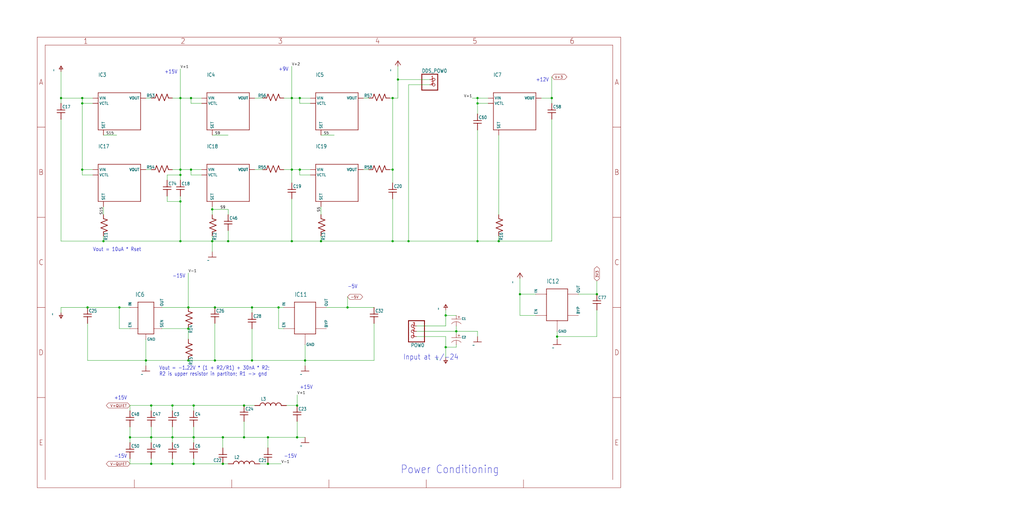
<source format=kicad_sch>
(kicad_sch (version 20211123) (generator eeschema)
  (paper "User" 490.22 254.406)
  (lib_symbols
    (symbol "aom_simple-eagle-import:+5V" (power)
      (property "Value" "+5V" (at -2.54 -5.08 90))
      (symbol "+5V_1_0"
        (polyline (pts (xy 0 0) (xy -1.27 -1.905)) (stroke (width 0.254)))
        (polyline (pts (xy 1.27 -1.905) (xy 0 0)) (stroke (width 0.254)))
        (pin power_in line (at 0 -2.54 90) (length 2.54) (name "+5V") (number "1"))
      )
    )
    (symbol "aom_simple-eagle-import:CAPACITOR_P_10MM"
      (property "Reference" "C" (at 2.54 1.524 0))
      (property "Value" "CAPACITOR_P_10MM" (at 2.54 -1.524 0))
      (symbol "CAPACITOR_P_10MM_1_0"
        (polyline (pts (xy -2.286 0.762) (xy 0 0.762)) (stroke (width 0.1524)))
        (polyline (pts (xy 0 -2.54) (xy 0 -0.508)) (stroke (width 0.1524)))
        (polyline (pts (xy 0 0.762) (xy 2.286 0.762)) (stroke (width 0.1524)))
        (polyline (pts (xy 0 2.54) (xy 0 0.762)) (stroke (width 0.1524)))
        (polyline (pts (xy 1.27 2.286) (xy 1.27 1.27)) (stroke (width 0.1524)))
        (polyline (pts (xy 1.778 1.778) (xy 0.762 1.778)) (stroke (width 0.1524)))
        (arc (start 2.286 -1.524) (mid 0 -0.458) (end -2.286 -1.524) (stroke (width 0.1524)))
        (pin passive line (at 0 2.54 270) (length 0) (name "P$1") (number "P$1"))
        (pin passive line (at 0 -2.54 90) (length 0) (name "P$2") (number "P$2"))
      )
    )
    (symbol "aom_simple-eagle-import:C_MLCC_SMDCMLCC_0603"
      (property "Reference" "C" (at 0.5715 0.0635 0))
      (property "Value" "C_MLCC_SMDCMLCC_0603" (at 0.5715 -4.3815 0))
      (symbol "C_MLCC_SMDCMLCC_0603_1_0"
        (polyline (pts (xy -1.905 -1.905) (xy 0 -1.905)) (stroke (width 0.3048)))
        (polyline (pts (xy 0 -1.905) (xy 0 -5.08)) (stroke (width 0.3048)))
        (polyline (pts (xy 0 -1.905) (xy 1.905 -1.905)) (stroke (width 0.3048)))
        (polyline (pts (xy 0 -0.635) (xy -1.905 -0.635)) (stroke (width 0.3048)))
        (polyline (pts (xy 0 -0.635) (xy 0 2.54)) (stroke (width 0.3048)))
        (polyline (pts (xy 1.905 -0.635) (xy 0 -0.635)) (stroke (width 0.3048)))
        (pin passive line (at 0 2.54 270) (length 0) (name "1") (number "P$1"))
        (pin passive line (at 0 -5.08 90) (length 0) (name "2") (number "P$2"))
      )
    )
    (symbol "aom_simple-eagle-import:C_MLCC_SMDCMLCC_0805"
      (property "Reference" "C" (at 0.5715 0.0635 0))
      (property "Value" "C_MLCC_SMDCMLCC_0805" (at 0.5715 -4.3815 0))
      (symbol "C_MLCC_SMDCMLCC_0805_1_0"
        (polyline (pts (xy -1.905 -1.905) (xy 0 -1.905)) (stroke (width 0.3048)))
        (polyline (pts (xy 0 -1.905) (xy 0 -5.08)) (stroke (width 0.3048)))
        (polyline (pts (xy 0 -1.905) (xy 1.905 -1.905)) (stroke (width 0.3048)))
        (polyline (pts (xy 0 -0.635) (xy -1.905 -0.635)) (stroke (width 0.3048)))
        (polyline (pts (xy 0 -0.635) (xy 0 2.54)) (stroke (width 0.3048)))
        (polyline (pts (xy 1.905 -0.635) (xy 0 -0.635)) (stroke (width 0.3048)))
        (pin passive line (at 0 2.54 270) (length 0) (name "1") (number "P$1"))
        (pin passive line (at 0 -5.08 90) (length 0) (name "2") (number "P$2"))
      )
    )
    (symbol "aom_simple-eagle-import:FRAME_A_L"
      (symbol "FRAME_A_L_0_0"
        (polyline (pts (xy 0 43.18) (xy 3.81 43.18)))
        (polyline (pts (xy 0 86.36) (xy 3.81 86.36)))
        (polyline (pts (xy 0 129.54) (xy 3.81 129.54)))
        (polyline (pts (xy 0 172.72) (xy 3.81 172.72)))
        (polyline (pts (xy 3.81 3.81) (xy 3.81 212.09)))
        (polyline (pts (xy 46.5667 0) (xy 46.5667 3.81)))
        (polyline (pts (xy 93.1333 0) (xy 93.1333 3.81)))
        (polyline (pts (xy 139.7 0) (xy 139.7 3.81)))
        (polyline (pts (xy 186.2667 0) (xy 186.2667 3.81)))
        (polyline (pts (xy 232.8333 0) (xy 232.8333 3.81)))
        (polyline (pts (xy 275.59 3.81) (xy 275.59 212.09)))
        (polyline (pts (xy 275.59 43.18) (xy 279.4 43.18)))
        (polyline (pts (xy 275.59 86.36) (xy 279.4 86.36)))
        (polyline (pts (xy 275.59 129.54) (xy 279.4 129.54)))
        (polyline (pts (xy 275.59 172.72) (xy 279.4 172.72)))
        (polyline (pts (xy 275.59 212.09) (xy 3.81 212.09)))
        (polyline (pts (xy 0 0) (xy 279.4 0) (xy 279.4 215.9) (xy 0 215.9) (xy 0 0)))
        (text "1" (at 23.2833 213.995 0) (effects (font (size 2.54 2.286))))
        (text "2" (at 69.85 213.995 0) (effects (font (size 2.54 2.286))))
        (text "3" (at 116.4167 213.995 0) (effects (font (size 2.54 2.286))))
        (text "4" (at 162.9833 213.995 0) (effects (font (size 2.54 2.286))))
        (text "5" (at 209.55 213.995 0) (effects (font (size 2.54 2.286))))
        (text "6" (at 256.1167 213.995 0) (effects (font (size 2.54 2.286))))
        (text "A" (at 1.905 194.31 0) (effects (font (size 2.54 2.286))))
        (text "A" (at 277.495 194.31 0) (effects (font (size 2.54 2.286))))
        (text "B" (at 1.905 151.13 0) (effects (font (size 2.54 2.286))))
        (text "B" (at 277.495 151.13 0) (effects (font (size 2.54 2.286))))
        (text "C" (at 1.905 107.95 0) (effects (font (size 2.54 2.286))))
        (text "C" (at 277.495 107.95 0) (effects (font (size 2.54 2.286))))
        (text "D" (at 1.905 64.77 0) (effects (font (size 2.54 2.286))))
        (text "D" (at 277.495 64.77 0) (effects (font (size 2.54 2.286))))
        (text "E" (at 1.905 21.59 0) (effects (font (size 2.54 2.286))))
        (text "E" (at 277.495 21.59 0) (effects (font (size 2.54 2.286))))
      )
      (symbol "FRAME_A_L_2_0"
        (polyline (pts (xy 0 0) (xy 0 5.08)) (stroke (width 0.1016)))
        (polyline (pts (xy 0 0) (xy 71.12 0)) (stroke (width 0.1016)))
        (polyline (pts (xy 0 5.08) (xy 0 15.24)) (stroke (width 0.1016)))
        (polyline (pts (xy 0 5.08) (xy 71.12 5.08)) (stroke (width 0.1016)))
        (polyline (pts (xy 0 15.24) (xy 0 22.86)) (stroke (width 0.1016)))
        (polyline (pts (xy 0 22.86) (xy 0 35.56)) (stroke (width 0.1016)))
        (polyline (pts (xy 0 22.86) (xy 101.6 22.86)) (stroke (width 0.1016)))
        (polyline (pts (xy 71.12 0) (xy 101.6 0)) (stroke (width 0.1016)))
        (polyline (pts (xy 71.12 5.08) (xy 71.12 0)) (stroke (width 0.1016)))
        (polyline (pts (xy 71.12 5.08) (xy 87.63 5.08)) (stroke (width 0.1016)))
        (polyline (pts (xy 87.63 5.08) (xy 101.6 5.08)) (stroke (width 0.1016)))
        (polyline (pts (xy 87.63 15.24) (xy 0 15.24)) (stroke (width 0.1016)))
        (polyline (pts (xy 87.63 15.24) (xy 87.63 5.08)) (stroke (width 0.1016)))
        (polyline (pts (xy 101.6 5.08) (xy 101.6 0)) (stroke (width 0.1016)))
        (polyline (pts (xy 101.6 15.24) (xy 87.63 15.24)) (stroke (width 0.1016)))
        (polyline (pts (xy 101.6 15.24) (xy 101.6 5.08)) (stroke (width 0.1016)))
        (polyline (pts (xy 101.6 22.86) (xy 101.6 15.24)) (stroke (width 0.1016)))
        (polyline (pts (xy 101.6 35.56) (xy 0 35.56)) (stroke (width 0.1016)))
        (polyline (pts (xy 101.6 35.56) (xy 101.6 22.86)) (stroke (width 0.1016)))
        (text ">DRAWING_NAME" (at 17.78 19.05 0) (effects (font (size 2.54 2.159)) (justify left bottom)))
        (text ">LAST_DATE_TIME" (at 12.7 1.27 0) (effects (font (size 2.54 2.159)) (justify left bottom)))
        (text ">SHEET" (at 86.36 1.27 0) (effects (font (size 2.54 2.159)) (justify left bottom)))
        (text "Date:" (at 1.27 1.27 0) (effects (font (size 2.54 2.159)) (justify left bottom)))
        (text "Document Number:" (at 1.27 11.43 0) (effects (font (size 2.54 2.159)) (justify left bottom)))
        (text "REV:" (at 88.9 11.43 0) (effects (font (size 2.54 2.159)) (justify left bottom)))
        (text "Sheet:" (at 72.39 1.27 0) (effects (font (size 2.54 2.159)) (justify left bottom)))
        (text "TITLE:" (at 1.27 19.05 0) (effects (font (size 2.54 2.159)) (justify left bottom)))
      )
    )
    (symbol "aom_simple-eagle-import:GND" (power)
      (property "Value" "GND" (at -2.54 -2.54 0))
      (symbol "GND_1_0"
        (polyline (pts (xy -1.905 0) (xy 1.905 0)) (stroke (width 0.254)))
        (pin power_in line (at 0 2.54 270) (length 2.54) (name "GND") (number "1"))
      )
    )
    (symbol "aom_simple-eagle-import:LT1964-5"
      (property "Reference" "IC" (at -5.08 10.16 0))
      (property "Value" "LT1964-5" (at -5.08 12.7 0))
      (symbol "LT1964-5_1_0"
        (polyline (pts (xy -5.08 -7.62) (xy -5.08 -5.08)) (stroke (width 0.254)))
        (polyline (pts (xy -5.08 -5.08) (xy -10.16 -5.08)) (stroke (width 0.1524)))
        (polyline (pts (xy -5.08 -5.08) (xy -5.08 5.08)) (stroke (width 0.254)))
        (polyline (pts (xy -5.08 5.08) (xy -10.16 5.08)) (stroke (width 0.1524)))
        (polyline (pts (xy -5.08 5.08) (xy -5.08 7.62)) (stroke (width 0.254)))
        (polyline (pts (xy -5.08 7.62) (xy 5.08 7.62)) (stroke (width 0.254)))
        (polyline (pts (xy 0 -7.62) (xy -5.08 -7.62)) (stroke (width 0.254)))
        (polyline (pts (xy 0 -7.62) (xy 0 -12.7)) (stroke (width 0.1524)))
        (polyline (pts (xy 5.08 -7.62) (xy 0 -7.62)) (stroke (width 0.254)))
        (polyline (pts (xy 5.08 -5.08) (xy 5.08 -7.62)) (stroke (width 0.254)))
        (polyline (pts (xy 5.08 -5.08) (xy 10.16 -5.08)) (stroke (width 0.1524)))
        (polyline (pts (xy 5.08 5.08) (xy 5.08 -5.08)) (stroke (width 0.254)))
        (polyline (pts (xy 5.08 5.08) (xy 10.16 5.08)) (stroke (width 0.1524)))
        (polyline (pts (xy 5.08 7.62) (xy 5.08 5.08)) (stroke (width 0.254)))
        (pin bidirectional line (at 0 -12.7 0) (length 0) (name "GND") (number "1"))
        (pin bidirectional line (at -10.16 5.08 90) (length 0) (name "IN") (number "2"))
        (pin bidirectional line (at 10.16 -5.08 90) (length 0) (name "BYP") (number "3"))
        (pin bidirectional line (at -10.16 -5.08 90) (length 0) (name "EN") (number "4"))
        (pin bidirectional line (at 10.16 5.08 90) (length 0) (name "OUT") (number "5"))
      )
    )
    (symbol "aom_simple-eagle-import:LT3015"
      (property "Reference" "IC" (at -5.08 10.16 0))
      (property "Value" "LT3015" (at -5.08 12.7 0))
      (symbol "LT3015_1_0"
        (polyline (pts (xy -3.81 -7.62) (xy -3.81 -5.08)) (stroke (width 0.254)))
        (polyline (pts (xy -3.81 -5.08) (xy -7.62 -5.08)) (stroke (width 0.1524)))
        (polyline (pts (xy -3.81 -5.08) (xy -3.81 5.08)) (stroke (width 0.254)))
        (polyline (pts (xy -3.81 5.08) (xy -7.62 5.08)) (stroke (width 0.1524)))
        (polyline (pts (xy -3.81 5.08) (xy -3.81 7.62)) (stroke (width 0.254)))
        (polyline (pts (xy -3.81 7.62) (xy 3.81 7.62)) (stroke (width 0.254)))
        (polyline (pts (xy 0 -7.62) (xy -3.81 -7.62)) (stroke (width 0.254)))
        (polyline (pts (xy 0 -7.62) (xy 0 -10.16)) (stroke (width 0.1524)))
        (polyline (pts (xy 3.81 -7.62) (xy 0 -7.62)) (stroke (width 0.254)))
        (polyline (pts (xy 3.81 -5.08) (xy 3.81 -7.62)) (stroke (width 0.254)))
        (polyline (pts (xy 3.81 -5.08) (xy 7.62 -5.08)) (stroke (width 0.1524)))
        (polyline (pts (xy 3.81 5.08) (xy 3.81 -5.08)) (stroke (width 0.254)))
        (polyline (pts (xy 3.81 5.08) (xy 7.62 5.08)) (stroke (width 0.1524)))
        (polyline (pts (xy 3.81 7.62) (xy 3.81 5.08)) (stroke (width 0.254)))
        (pin bidirectional line (at -7.62 -5.08 90) (length 0) (name "EN") (number "1"))
        (pin bidirectional line (at 0 -10.16 0) (length 0) (name "GND") (number "2"))
        (pin bidirectional line (at -7.62 5.08 90) (length 0) (name "IN") (number "3"))
        (pin bidirectional line (at 7.62 -5.08 90) (length 0) (name "SEN") (number "4"))
        (pin bidirectional line (at 7.62 5.08 90) (length 0) (name "OUT") (number "5"))
        (pin bidirectional line (at -7.62 5.08 90) (length 0) (name "IN") (number "6"))
      )
    )
    (symbol "aom_simple-eagle-import:LT3080"
      (property "Reference" "IC" (at -5.08 15.24 0))
      (property "Value" "LT3080" (at -5.08 12.7 0))
      (symbol "LT3080_1_0"
        (polyline (pts (xy -5.08 -10.16) (xy 15.24 -10.16)) (stroke (width 0.254)))
        (polyline (pts (xy -5.08 7.62) (xy -5.08 -10.16)) (stroke (width 0.254)))
        (polyline (pts (xy 15.24 -10.16) (xy 15.24 7.62)) (stroke (width 0.254)))
        (polyline (pts (xy 15.24 7.62) (xy -5.08 7.62)) (stroke (width 0.254)))
        (pin bidirectional line (at -2.54 -12.7 90) (length 2.54) (name "SET") (number "2"))
        (pin bidirectional line (at 17.78 5.08 180) (length 2.54) (name "VOUT") (number "3"))
        (pin bidirectional line (at -7.62 2.54 0) (length 2.54) (name "VCTL") (number "4"))
        (pin bidirectional line (at -7.62 5.08 0) (length 2.54) (name "VIN") (number "5"))
        (pin bidirectional line (at 17.78 5.08 180) (length 2.54) (name "VOUT") (number "6"))
      )
    )
    (symbol "aom_simple-eagle-import:L_FERRITE_SMDLFERRITE_0603"
      (property "Reference" "L" (at -4.7 2.31 0))
      (property "Value" "L_FERRITE_SMDLFERRITE_0603" (at -5.08 -2.54 0))
      (symbol "L_FERRITE_SMDLFERRITE_0603_1_0"
        (arc (start -3.81 1.27) (mid -4.708 0.898) (end -5.08 0) (stroke (width 0.3048)))
        (arc (start -2.54 0) (mid -2.912 0.898) (end -3.81 1.27) (stroke (width 0.3048)))
        (arc (start -1.27 1.27) (mid -2.168 0.898) (end -2.54 0) (stroke (width 0.3048)))
        (arc (start 0 0) (mid -0.372 0.898) (end -1.27 1.27) (stroke (width 0.3048)))
        (polyline (pts (xy -5.08 0) (xy -7.62 0)) (stroke (width 0.3048)))
        (polyline (pts (xy 5.08 0) (xy 7.62 0)) (stroke (width 0.3048)))
        (arc (start 1.27 1.27) (mid 0.372 0.898) (end 0 0) (stroke (width 0.3048)))
        (arc (start 2.54 0) (mid 2.168 0.898) (end 1.27 1.27) (stroke (width 0.3048)))
        (arc (start 3.81 1.27) (mid 2.912 0.898) (end 2.54 0) (stroke (width 0.3048)))
        (arc (start 5.08 0) (mid 4.708 0.898) (end 3.81 1.27) (stroke (width 0.3048)))
        (pin passive line (at -7.62 0 0) (length 2.54) (name "1") (number "P$1"))
        (pin passive line (at 7.62 0 180) (length 2.54) (name "2") (number "P$2"))
      )
    )
    (symbol "aom_simple-eagle-import:MIC5205"
      (property "Reference" "IC" (at -5.08 10.16 0))
      (property "Value" "MIC5205" (at -5.08 12.7 0))
      (symbol "MIC5205_1_0"
        (polyline (pts (xy -5.08 -7.62) (xy -5.08 -5.08)) (stroke (width 0.254)))
        (polyline (pts (xy -5.08 -5.08) (xy -10.16 -5.08)) (stroke (width 0.1524)))
        (polyline (pts (xy -5.08 -5.08) (xy -5.08 5.08)) (stroke (width 0.254)))
        (polyline (pts (xy -5.08 5.08) (xy -10.16 5.08)) (stroke (width 0.1524)))
        (polyline (pts (xy -5.08 5.08) (xy -5.08 7.62)) (stroke (width 0.254)))
        (polyline (pts (xy -5.08 7.62) (xy 5.08 7.62)) (stroke (width 0.254)))
        (polyline (pts (xy 0 -7.62) (xy -5.08 -7.62)) (stroke (width 0.254)))
        (polyline (pts (xy 0 -7.62) (xy 0 -12.7)) (stroke (width 0.1524)))
        (polyline (pts (xy 5.08 -7.62) (xy 0 -7.62)) (stroke (width 0.254)))
        (polyline (pts (xy 5.08 -5.08) (xy 5.08 -7.62)) (stroke (width 0.254)))
        (polyline (pts (xy 5.08 -5.08) (xy 10.16 -5.08)) (stroke (width 0.1524)))
        (polyline (pts (xy 5.08 5.08) (xy 5.08 -5.08)) (stroke (width 0.254)))
        (polyline (pts (xy 5.08 5.08) (xy 10.16 5.08)) (stroke (width 0.1524)))
        (polyline (pts (xy 5.08 7.62) (xy 5.08 5.08)) (stroke (width 0.254)))
        (pin bidirectional line (at -10.16 5.08 90) (length 0) (name "IN") (number "1"))
        (pin bidirectional line (at 0 -12.7 0) (length 0) (name "GND") (number "2"))
        (pin bidirectional line (at -10.16 -5.08 90) (length 0) (name "EN") (number "3"))
        (pin bidirectional line (at 10.16 -5.08 90) (length 0) (name "BYP") (number "4"))
        (pin bidirectional line (at 10.16 5.08 90) (length 0) (name "OUT") (number "5"))
      )
    )
    (symbol "aom_simple-eagle-import:PINHD-1X2"
      (property "Reference" "JP" (at -6.35 5.715 0))
      (property "Value" "PINHD-1X2" (at -6.35 -5.08 0))
      (symbol "PINHD-1X2_1_0"
        (polyline (pts (xy -6.35 -2.54) (xy 1.27 -2.54)) (stroke (width 0.4064)))
        (polyline (pts (xy -6.35 5.08) (xy -6.35 -2.54)) (stroke (width 0.4064)))
        (polyline (pts (xy 1.27 -2.54) (xy 1.27 5.08)) (stroke (width 0.4064)))
        (polyline (pts (xy 1.27 5.08) (xy -6.35 5.08)) (stroke (width 0.4064)))
        (pin passive inverted (at -2.54 2.54 0) (length 2.54) (name "1") (number "1"))
        (pin passive inverted (at -2.54 0 0) (length 2.54) (name "2") (number "2"))
      )
    )
    (symbol "aom_simple-eagle-import:PINHD-1X3"
      (property "Reference" "JP" (at -6.35 5.715 0))
      (property "Value" "PINHD-1X3" (at -6.35 -7.62 0))
      (symbol "PINHD-1X3_1_0"
        (polyline (pts (xy -6.35 -5.08) (xy 1.27 -5.08)) (stroke (width 0.4064)))
        (polyline (pts (xy -6.35 5.08) (xy -6.35 -5.08)) (stroke (width 0.4064)))
        (polyline (pts (xy 1.27 -5.08) (xy 1.27 5.08)) (stroke (width 0.4064)))
        (polyline (pts (xy 1.27 5.08) (xy -6.35 5.08)) (stroke (width 0.4064)))
        (pin passive inverted (at -2.54 2.54 0) (length 2.54) (name "1") (number "1"))
        (pin passive inverted (at -2.54 0 0) (length 2.54) (name "2") (number "2"))
        (pin passive inverted (at -2.54 -2.54 0) (length 2.54) (name "3") (number "3"))
      )
    )
    (symbol "aom_simple-eagle-import:R_SMDR0603"
      (property "Reference" "R" (at -7.3025 0.3175 0))
      (property "Value" "R_SMDR0603" (at 3.3338 0.3175 0))
      (symbol "R_SMDR0603_1_0"
        (polyline (pts (xy -3.175 0) (xy -5.08 0)) (stroke (width 0.3048)))
        (polyline (pts (xy -2.54 1.905) (xy -3.175 0)) (stroke (width 0.3048)))
        (polyline (pts (xy -2.54 1.905) (xy -1.27 -1.27)) (stroke (width 0.3048)))
        (polyline (pts (xy -1.27 -1.27) (xy 0 1.905)) (stroke (width 0.3048)))
        (polyline (pts (xy 0 1.905) (xy 1.27 -1.27)) (stroke (width 0.3048)))
        (polyline (pts (xy 1.27 -1.27) (xy 2.54 1.905)) (stroke (width 0.3048)))
        (polyline (pts (xy 2.54 1.905) (xy 3.175 0)) (stroke (width 0.3048)))
        (polyline (pts (xy 3.175 0) (xy 5.08 0)) (stroke (width 0.3048)))
        (pin passive line (at -5.08 0 0) (length 0) (name "1") (number "P$1"))
        (pin passive line (at 5.08 0 180) (length 0) (name "2") (number "P$2"))
      )
    )
    (symbol "aom_simple-eagle-import:V+" (power)
      (property "Value" "V+" (at -2.54 -2.54 90))
      (symbol "V+_1_0"
        (polyline (pts (xy -0.889 -1.27) (xy 0.889 -1.27)) (stroke (width 0.254)))
        (polyline (pts (xy 0 0.127) (xy -0.889 -1.27)) (stroke (width 0.254)))
        (polyline (pts (xy 0.889 -1.27) (xy 0 0.127)) (stroke (width 0.254)))
        (pin power_in line (at 0 -2.54 90) (length 2.54) (name "V+") (number "1"))
      )
    )
    (symbol "aom_simple-eagle-import:V-" (power)
      (property "Value" "V-" (at -5.08 2.54 90))
      (symbol "V-_1_0"
        (polyline (pts (xy -0.889 1.27) (xy 0 -0.127)) (stroke (width 0.254)))
        (polyline (pts (xy -0.889 1.27) (xy 0.889 1.27)) (stroke (width 0.254)))
        (polyline (pts (xy 0 -0.127) (xy 0.889 1.27)) (stroke (width 0.254)))
        (pin power_in line (at 0 2.54 270) (length 2.54) (name "V-") (number "1"))
      )
    )
  )
  (junction (at 143.51 46.99))
  (junction (at 266.7 161.29))
  (junction (at 92.71 194.31))
  (junction (at 120.65 147.32))
  (junction (at 195.58 115.57))
  (junction (at 57.15 147.32))
  (junction (at 39.37 81.28))
  (junction (at 101.6 115.57))
  (junction (at 69.85 172.72))
  (junction (at 228.6 46.99))
  (junction (at 228.6 115.57))
  (junction (at 228.6 49.53))
  (junction (at 92.71 222.25))
  (junction (at 139.7 115.57))
  (junction (at 238.76 115.57))
  (junction (at 120.65 172.72))
  (junction (at 166.37 147.32))
  (junction (at 72.39 194.31))
  (junction (at 133.35 147.32))
  (junction (at 213.36 151.13))
  (junction (at 82.55 209.55))
  (junction (at 187.96 46.99))
  (junction (at 285.75 140.97))
  (junction (at 101.6 100.33))
  (junction (at 139.7 81.28))
  (junction (at 128.27 222.25))
  (junction (at 102.87 147.32))
  (junction (at 39.37 46.99))
  (junction (at 187.96 115.57))
  (junction (at 29.21 46.99))
  (junction (at 102.87 172.72))
  (junction (at 72.39 222.25))
  (junction (at 187.96 81.28))
  (junction (at 142.24 209.55))
  (junction (at 116.84 194.31))
  (junction (at 49.53 115.57))
  (junction (at 39.37 49.53))
  (junction (at 264.16 46.99))
  (junction (at 90.17 157.48))
  (junction (at 128.27 209.55))
  (junction (at 139.7 46.99))
  (junction (at 62.23 209.55))
  (junction (at 106.68 222.25))
  (junction (at 91.44 81.28))
  (junction (at 190.5 38.1))
  (junction (at 146.05 172.72))
  (junction (at 142.24 194.31))
  (junction (at 82.55 194.31))
  (junction (at 90.17 172.72))
  (junction (at 90.17 147.32))
  (junction (at 41.91 147.32))
  (junction (at 218.44 158.75))
  (junction (at 213.36 166.37))
  (junction (at 109.22 115.57))
  (junction (at 86.36 83.82))
  (junction (at 86.36 81.28))
  (junction (at 82.55 222.25))
  (junction (at 116.84 209.55))
  (junction (at 92.71 209.55))
  (junction (at 72.39 209.55))
  (junction (at 86.36 96.52))
  (junction (at 143.51 81.28))
  (junction (at 248.92 140.97))
  (junction (at 86.36 46.99))
  (junction (at 91.44 46.99))
  (junction (at 106.68 209.55))
  (junction (at 86.36 115.57))
  (junction (at 153.67 115.57))
  (wire (pts (xy 90.17 157.48) (xy 90.17 162.56)))
  (wire (pts (xy 133.35 147.32) (xy 135.89 147.32)))
  (wire (pts (xy 80.01 93.98) (xy 80.01 96.52)))
  (wire (pts (xy 143.51 49.53) (xy 143.51 46.99)))
  (wire (pts (xy 238.76 64.77) (xy 238.76 102.87)))
  (wire (pts (xy 49.53 113.03) (xy 49.53 115.57)))
  (wire (pts (xy 134.62 222.25) (xy 128.27 222.25)))
  (wire (pts (xy 228.6 49.53) (xy 228.6 46.99)))
  (wire (pts (xy 86.36 81.28) (xy 91.44 81.28)))
  (wire (pts (xy 49.53 64.77) (xy 55.88 64.77)))
  (wire (pts (xy 116.84 209.55) (xy 128.27 209.55)))
  (wire (pts (xy 218.44 166.37) (xy 218.44 165.1)))
  (wire (pts (xy 86.36 83.82) (xy 80.01 83.82)))
  (wire (pts (xy 57.15 157.48) (xy 57.15 147.32)))
  (wire (pts (xy 228.6 46.99) (xy 226.06 46.99)))
  (wire (pts (xy 195.58 40.64) (xy 195.58 115.57)))
  (wire (pts (xy 80.01 83.82) (xy 80.01 86.36)))
  (wire (pts (xy 69.85 81.28) (xy 72.39 81.28)))
  (wire (pts (xy 109.22 102.87) (xy 109.22 100.33)))
  (wire (pts (xy 213.36 156.21) (xy 213.36 151.13)))
  (wire (pts (xy 106.68 222.25) (xy 92.71 222.25)))
  (wire (pts (xy 187.96 81.28) (xy 187.96 46.99)))
  (wire (pts (xy 82.55 46.99) (xy 86.36 46.99)))
  (wire (pts (xy 92.71 209.55) (xy 106.68 209.55)))
  (wire (pts (xy 179.07 172.72) (xy 146.05 172.72)))
  (wire (pts (xy 153.67 115.57) (xy 153.67 113.03)))
  (wire (pts (xy 190.5 38.1) (xy 190.5 31.75)))
  (wire (pts (xy 233.68 46.99) (xy 228.6 46.99)))
  (wire (pts (xy 190.5 38.1) (xy 205.74 38.1)))
  (wire (pts (xy 90.17 147.32) (xy 90.17 130.81)))
  (wire (pts (xy 153.67 64.77) (xy 160.02 64.77)))
  (wire (pts (xy 264.16 49.53) (xy 264.16 46.99)))
  (wire (pts (xy 228.6 115.57) (xy 195.58 115.57)))
  (wire (pts (xy 82.55 219.71) (xy 82.55 222.25)))
  (wire (pts (xy 120.65 149.86) (xy 120.65 147.32)))
  (wire (pts (xy 72.39 194.31) (xy 72.39 196.85)))
  (wire (pts (xy 92.71 212.09) (xy 92.71 209.55)))
  (wire (pts (xy 199.39 161.29) (xy 213.36 161.29)))
  (wire (pts (xy 62.23 209.55) (xy 62.23 204.47)))
  (wire (pts (xy 133.35 157.48) (xy 133.35 147.32)))
  (wire (pts (xy 153.67 102.87) (xy 153.67 99.06)))
  (wire (pts (xy 62.23 194.31) (xy 62.23 196.85)))
  (wire (pts (xy 228.6 49.53) (xy 228.6 54.61)))
  (wire (pts (xy 69.85 172.72) (xy 69.85 175.26)))
  (wire (pts (xy 124.46 222.25) (xy 128.27 222.25)))
  (wire (pts (xy 195.58 40.64) (xy 205.74 40.64)))
  (wire (pts (xy 109.22 115.57) (xy 139.7 115.57)))
  (wire (pts (xy 29.21 57.15) (xy 29.21 115.57)))
  (wire (pts (xy 195.58 115.57) (xy 187.96 115.57)))
  (wire (pts (xy 72.39 222.25) (xy 62.23 222.25)))
  (wire (pts (xy 62.23 212.09) (xy 62.23 209.55)))
  (wire (pts (xy 143.51 46.99) (xy 148.59 46.99)))
  (wire (pts (xy 69.85 162.56) (xy 69.85 172.72)))
  (wire (pts (xy 101.6 115.57) (xy 101.6 120.65)))
  (wire (pts (xy 120.65 172.72) (xy 102.87 172.72)))
  (wire (pts (xy 101.6 100.33) (xy 101.6 99.06)))
  (wire (pts (xy 86.36 115.57) (xy 101.6 115.57)))
  (wire (pts (xy 96.52 49.53) (xy 91.44 49.53)))
  (wire (pts (xy 128.27 209.55) (xy 142.24 209.55)))
  (wire (pts (xy 259.08 46.99) (xy 264.16 46.99)))
  (wire (pts (xy 142.24 201.93) (xy 142.24 209.55)))
  (wire (pts (xy 199.39 158.75) (xy 218.44 158.75)))
  (wire (pts (xy 137.16 194.31) (xy 142.24 194.31)))
  (wire (pts (xy 44.45 46.99) (xy 39.37 46.99)))
  (wire (pts (xy 109.22 100.33) (xy 101.6 100.33)))
  (wire (pts (xy 248.92 133.35) (xy 248.92 140.97)))
  (wire (pts (xy 120.65 147.32) (xy 133.35 147.32)))
  (wire (pts (xy 139.7 46.99) (xy 139.7 31.75)))
  (wire (pts (xy 218.44 156.21) (xy 218.44 158.75)))
  (wire (pts (xy 187.96 95.25) (xy 187.96 115.57)))
  (wire (pts (xy 86.36 93.98) (xy 86.36 96.52)))
  (wire (pts (xy 86.36 46.99) (xy 86.36 81.28)))
  (wire (pts (xy 139.7 46.99) (xy 143.51 46.99)))
  (wire (pts (xy 213.36 166.37) (xy 213.36 171.45)))
  (wire (pts (xy 91.44 46.99) (xy 96.52 46.99)))
  (wire (pts (xy 238.76 115.57) (xy 264.16 115.57)))
  (wire (pts (xy 128.27 214.63) (xy 128.27 209.55)))
  (wire (pts (xy 218.44 158.75) (xy 228.6 158.75)))
  (wire (pts (xy 92.71 194.31) (xy 82.55 194.31)))
  (wire (pts (xy 72.39 222.25) (xy 72.39 219.71)))
  (wire (pts (xy 135.89 157.48) (xy 133.35 157.48)))
  (wire (pts (xy 92.71 219.71) (xy 92.71 222.25)))
  (wire (pts (xy 82.55 196.85) (xy 82.55 194.31)))
  (wire (pts (xy 228.6 62.23) (xy 228.6 115.57)))
  (wire (pts (xy 146.05 172.72) (xy 146.05 175.26)))
  (wire (pts (xy 190.5 46.99) (xy 190.5 38.1)))
  (wire (pts (xy 82.55 194.31) (xy 72.39 194.31)))
  (wire (pts (xy 102.87 172.72) (xy 90.17 172.72)))
  (wire (pts (xy 248.92 151.13) (xy 256.54 151.13)))
  (wire (pts (xy 285.75 148.59) (xy 285.75 161.29)))
  (wire (pts (xy 199.39 156.21) (xy 213.36 156.21)))
  (wire (pts (xy 186.69 81.28) (xy 187.96 81.28)))
  (wire (pts (xy 101.6 115.57) (xy 109.22 115.57)))
  (wire (pts (xy 179.07 172.72) (xy 179.07 154.94)))
  (wire (pts (xy 82.55 204.47) (xy 82.55 209.55)))
  (wire (pts (xy 90.17 147.32) (xy 102.87 147.32)))
  (wire (pts (xy 146.05 172.72) (xy 120.65 172.72)))
  (wire (pts (xy 139.7 81.28) (xy 139.7 87.63)))
  (wire (pts (xy 91.44 81.28) (xy 96.52 81.28)))
  (wire (pts (xy 106.68 209.55) (xy 116.84 209.55)))
  (wire (pts (xy 86.36 46.99) (xy 91.44 46.99)))
  (wire (pts (xy 142.24 209.55) (xy 146.05 209.55)))
  (wire (pts (xy 91.44 83.82) (xy 91.44 81.28)))
  (wire (pts (xy 187.96 87.63) (xy 187.96 81.28)))
  (wire (pts (xy 39.37 46.99) (xy 29.21 46.99)))
  (wire (pts (xy 77.47 157.48) (xy 90.17 157.48)))
  (wire (pts (xy 62.23 157.48) (xy 57.15 157.48)))
  (wire (pts (xy 29.21 115.57) (xy 49.53 115.57)))
  (wire (pts (xy 285.75 140.97) (xy 285.75 134.62)))
  (wire (pts (xy 57.15 147.32) (xy 62.23 147.32)))
  (wire (pts (xy 82.55 81.28) (xy 86.36 81.28)))
  (wire (pts (xy 44.45 83.82) (xy 39.37 83.82)))
  (wire (pts (xy 264.16 57.15) (xy 264.16 115.57)))
  (wire (pts (xy 39.37 81.28) (xy 39.37 49.53)))
  (wire (pts (xy 92.71 209.55) (xy 92.71 204.47)))
  (wire (pts (xy 86.36 83.82) (xy 86.36 86.36)))
  (wire (pts (xy 92.71 194.31) (xy 116.84 194.31)))
  (wire (pts (xy 213.36 161.29) (xy 213.36 166.37)))
  (wire (pts (xy 173.99 81.28) (xy 176.53 81.28)))
  (wire (pts (xy 120.65 157.48) (xy 120.65 172.72)))
  (wire (pts (xy 173.99 46.99) (xy 176.53 46.99)))
  (wire (pts (xy 102.87 147.32) (xy 120.65 147.32)))
  (wire (pts (xy 86.36 81.28) (xy 86.36 83.82)))
  (wire (pts (xy 72.39 194.31) (xy 62.23 194.31)))
  (wire (pts (xy 139.7 81.28) (xy 143.51 81.28)))
  (wire (pts (xy 77.47 147.32) (xy 90.17 147.32)))
  (wire (pts (xy 96.52 83.82) (xy 91.44 83.82)))
  (wire (pts (xy 82.55 209.55) (xy 72.39 209.55)))
  (wire (pts (xy 29.21 46.99) (xy 29.21 34.29)))
  (wire (pts (xy 187.96 46.99) (xy 190.5 46.99)))
  (wire (pts (xy 44.45 81.28) (xy 39.37 81.28)))
  (wire (pts (xy 82.55 209.55) (xy 92.71 209.55)))
  (wire (pts (xy 102.87 172.72) (xy 102.87 154.94)))
  (wire (pts (xy 135.89 46.99) (xy 139.7 46.99)))
  (wire (pts (xy 248.92 140.97) (xy 256.54 140.97)))
  (wire (pts (xy 248.92 140.97) (xy 248.92 151.13)))
  (wire (pts (xy 39.37 49.53) (xy 39.37 46.99)))
  (wire (pts (xy 166.37 147.32) (xy 179.07 147.32)))
  (wire (pts (xy 142.24 189.23) (xy 142.24 194.31)))
  (wire (pts (xy 139.7 115.57) (xy 153.67 115.57)))
  (wire (pts (xy 57.15 147.32) (xy 41.91 147.32)))
  (wire (pts (xy 106.68 214.63) (xy 106.68 209.55)))
  (wire (pts (xy 62.23 222.25) (xy 62.23 219.71)))
  (wire (pts (xy 86.36 96.52) (xy 86.36 115.57)))
  (wire (pts (xy 218.44 151.13) (xy 213.36 151.13)))
  (wire (pts (xy 41.91 154.94) (xy 41.91 172.72)))
  (wire (pts (xy 90.17 172.72) (xy 69.85 172.72)))
  (wire (pts (xy 264.16 46.99) (xy 264.16 36.83)))
  (wire (pts (xy 166.37 147.32) (xy 166.37 142.24)))
  (wire (pts (xy 101.6 64.77) (xy 109.22 64.77)))
  (wire (pts (xy 143.51 81.28) (xy 148.59 81.28)))
  (wire (pts (xy 49.53 115.57) (xy 86.36 115.57)))
  (wire (pts (xy 218.44 160.02) (xy 218.44 158.75)))
  (wire (pts (xy 109.22 222.25) (xy 106.68 222.25)))
  (wire (pts (xy 238.76 115.57) (xy 228.6 115.57)))
  (wire (pts (xy 72.39 209.55) (xy 62.23 209.55)))
  (wire (pts (xy 285.75 161.29) (xy 266.7 161.29)))
  (wire (pts (xy 218.44 166.37) (xy 213.36 166.37)))
  (wire (pts (xy 276.86 140.97) (xy 285.75 140.97)))
  (wire (pts (xy 69.85 46.99) (xy 72.39 46.99)))
  (wire (pts (xy 135.89 81.28) (xy 139.7 81.28)))
  (wire (pts (xy 80.01 96.52) (xy 86.36 96.52)))
  (wire (pts (xy 29.21 147.32) (xy 29.21 149.86)))
  (wire (pts (xy 72.39 212.09) (xy 72.39 209.55)))
  (wire (pts (xy 156.21 147.32) (xy 166.37 147.32)))
  (wire (pts (xy 101.6 100.33) (xy 101.6 102.87)))
  (wire (pts (xy 41.91 172.72) (xy 69.85 172.72)))
  (wire (pts (xy 266.7 161.29) (xy 266.7 158.75)))
  (wire (pts (xy 187.96 115.57) (xy 153.67 115.57)))
  (wire (pts (xy 91.44 49.53) (xy 91.44 46.99)))
  (wire (pts (xy 101.6 113.03) (xy 101.6 115.57)))
  (wire (pts (xy 109.22 110.49) (xy 109.22 115.57)))
  (wire (pts (xy 44.45 49.53) (xy 39.37 49.53)))
  (wire (pts (xy 146.05 165.1) (xy 146.05 172.72)))
  (wire (pts (xy 143.51 81.28) (xy 143.51 83.82)))
  (wire (pts (xy 228.6 158.75) (xy 228.6 161.29)))
  (wire (pts (xy 186.69 46.99) (xy 187.96 46.99)))
  (wire (pts (xy 82.55 222.25) (xy 72.39 222.25)))
  (wire (pts (xy 82.55 212.09) (xy 82.55 209.55)))
  (wire (pts (xy 121.92 81.28) (xy 125.73 81.28)))
  (wire (pts (xy 72.39 209.55) (xy 72.39 204.47)))
  (wire (pts (xy 29.21 46.99) (xy 29.21 49.53)))
  (wire (pts (xy 121.92 46.99) (xy 125.73 46.99)))
  (wire (pts (xy 116.84 201.93) (xy 116.84 209.55)))
  (wire (pts (xy 143.51 83.82) (xy 148.59 83.82)))
  (wire (pts (xy 121.92 194.31) (xy 116.84 194.31)))
  (wire (pts (xy 41.91 147.32) (xy 29.21 147.32)))
  (wire (pts (xy 49.53 99.06) (xy 49.53 102.87)))
  (wire (pts (xy 213.36 151.13) (xy 213.36 148.59)))
  (wire (pts (xy 139.7 95.25) (xy 139.7 115.57)))
  (wire (pts (xy 86.36 46.99) (xy 86.36 33.02)))
  (wire (pts (xy 233.68 49.53) (xy 228.6 49.53)))
  (wire (pts (xy 266.7 162.56) (xy 266.7 161.29)))
  (wire (pts (xy 139.7 46.99) (xy 139.7 81.28)))
  (wire (pts (xy 39.37 83.82) (xy 39.37 81.28)))
  (wire (pts (xy 92.71 222.25) (xy 82.55 222.25)))
  (wire (pts (xy 92.71 196.85) (xy 92.71 194.31)))
  (wire (pts (xy 148.59 49.53) (xy 143.51 49.53)))
  (wire (pts (xy 238.76 113.03) (xy 238.76 115.57)))
  (text "Vout = -1.22V * (1 + R2/R1) + 30nA * R2;\nR2 is upper resistor in partiton; R1 -> gnd" (at 76.2 180.34 0) (effects (font (size 1.778 1.5113)) (justify left bottom)))
  (text "+15V" (at 143.51 186.69 180) (effects (font (size 1.778 1.5113)) (justify left bottom)))
  (text "-15V" (at 54.61 219.71 180) (effects (font (size 1.778 1.5113)) (justify left bottom)))
  (text "-15V" (at 135.89 219.71 180) (effects (font (size 1.778 1.5113)) (justify left bottom)))
  (text "+15V" (at 54.61 191.77 180) (effects (font (size 1.778 1.5113)) (justify left bottom)))
  (text "Input at +/-24" (at 193.04 172.72 180) (effects (font (size 2.54 2.159)) (justify left bottom)))
  (text "+12V" (at 256.54 39.37 180) (effects (font (size 1.778 1.5113)) (justify left bottom)))
  (text "Vout = 10uA * Rset" (at 44.45 120.65 180) (effects (font (size 1.778 1.5113)) (justify left bottom)))
  (text "-5V" (at 166.37 138.43 180) (effects (font (size 1.778 1.5113)) (justify left bottom)))
  (text "Power Conditioning" (at 191.77 227.33 180) (effects (font (size 3.81 3.2385)) (justify left bottom)))
  (text "+9V" (at 133.35 34.29 180) (effects (font (size 1.778 1.5113)) (justify left bottom)))
  (text "+15V" (at 78.74 35.56 180) (effects (font (size 1.778 1.5113)) (justify left bottom)))
  (text "-15V" (at 82.55 133.35 180) (effects (font (size 1.778 1.5113)) (justify left bottom)))
  (label "V-1" (at 90.17 130.81 0) (effects (font (size 1.2446 1.2446))))
  (label "V+1" (at 86.36 33.02 0) (effects (font (size 1.2446 1.2446))))
  (label "V+1" (at 226.06 46.99 180) (effects (font (size 1.2446 1.2446))))
  (label "S5" (at 154.94 64.77 0) (effects (font (size 1.2446 1.2446))))
  (label "V+2" (at 139.7 31.75 0) (effects (font (size 1.2446 1.2446))))
  (label "S5" (at 153.67 101.6 90) (effects (font (size 1.2446 1.2446))))
  (label "V-1" (at 134.62 222.25 0) (effects (font (size 1.2446 1.2446))))
  (label "V+1" (at 142.24 189.23 0) (effects (font (size 1.2446 1.2446))))
  (label "S9" (at 105.41 100.33 0) (effects (font (size 1.2446 1.2446))))
  (label "S15" (at 50.8 64.77 0) (effects (font (size 1.2446 1.2446))))
  (label "S15" (at 49.53 102.87 90) (effects (font (size 1.2446 1.2446))))
  (label "S9" (at 102.87 64.77 0) (effects (font (size 1.2446 1.2446))))
  (global_label "V+QUIET" (shape bidirectional) (at 62.23 194.31 180) (effects (font (size 1.2446 1.2446))) (property "Intersheet References" "${INTERSHEET_REFS}" (effects hide)))
  (global_label "V+3" (shape bidirectional) (at 264.16 36.83 0) (effects (font (size 1.2446 1.2446))) (property "Intersheet References" "${INTERSHEET_REFS}" (effects hide)))
  (global_label "V-QUIET" (shape bidirectional) (at 62.23 222.25 180) (effects (font (size 1.2446 1.2446))) (property "Intersheet References" "${INTERSHEET_REFS}" (effects hide)))
  (global_label "-5V" (shape bidirectional) (at 166.37 142.24 0) (effects (font (size 1.2446 1.2446))) (property "Intersheet References" "${INTERSHEET_REFS}" (effects hide)))
  (global_label "3V3" (shape bidirectional) (at 285.75 134.62 90) (effects (font (size 1.2446 1.2446))) (property "Intersheet References" "${INTERSHEET_REFS}" (effects hide)))
  (symbol (lib_id "aom_simple-eagle-import:C_MLCC_SMDCMLCC_0603") (at 62.23 214.63 0) (unit 1)
    (property "Reference" "C50" (at 62.8015 214.5665 0) (effects (font (size 1.524 1.2954)) (justify left bottom)))
  )
  (symbol (lib_id "aom_simple-eagle-import:V-") (at 29.21 152.4 0) (unit 1)
    (property "Reference" "#P-2" (effects hide))
  )
  (symbol (lib_id "aom_simple-eagle-import:R_SMDR0603") (at 153.67 107.95 270) (mirror x) (unit 1)
    (property "Reference" "R13" (at 153.9875 115.2525 0) (effects (font (size 1.524 1.2954)) (justify left bottom)))
  )
  (symbol (lib_id "aom_simple-eagle-import:FRAME_A_L") (at 17.78 233.68 0) (unit 1)
    (property "Reference" "#FRAME2" (effects hide))
  )
  (symbol (lib_id "aom_simple-eagle-import:R_SMDR0603") (at 130.81 81.28 0) (unit 1)
    (property "Reference" "R55" (at 123.5075 80.9625 0) (effects (font (size 1.524 1.2954)) (justify left bottom)))
  )
  (symbol (lib_id "aom_simple-eagle-import:PINHD-1X2") (at 208.28 40.64 0) (unit 1)
    (property "Reference" "DDS_POW0" (at 201.93 34.925 0) (effects (font (size 1.778 1.5113)) (justify left bottom)))
  )
  (symbol (lib_id "aom_simple-eagle-import:C_MLCC_SMDCMLCC_0805") (at 139.7 90.17 0) (unit 1)
    (property "Reference" "C19" (at 140.2715 90.1065 0) (effects (font (size 1.524 1.2954)) (justify left bottom)))
  )
  (symbol (lib_id "aom_simple-eagle-import:LT3080") (at 52.07 86.36 0) (unit 1)
    (property "Reference" "IC17" (at 46.99 71.12 0) (effects (font (size 1.778 1.5113)) (justify left bottom)))
  )
  (symbol (lib_id "aom_simple-eagle-import:LT3080") (at 52.07 52.07 0) (unit 1)
    (property "Reference" "IC3" (at 46.99 36.83 0) (effects (font (size 1.778 1.5113)) (justify left bottom)))
  )
  (symbol (lib_id "aom_simple-eagle-import:C_MLCC_SMDCMLCC_0805") (at 120.65 152.4 0) (unit 1)
    (property "Reference" "C28" (at 121.2215 152.3365 0) (effects (font (size 1.524 1.2954)) (justify left bottom)))
  )
  (symbol (lib_id "aom_simple-eagle-import:V+") (at 213.36 146.05 0) (unit 1)
    (property "Reference" "#P+1" (effects hide))
  )
  (symbol (lib_id "aom_simple-eagle-import:CAPACITOR_P_10MM") (at 218.44 153.67 0) (unit 1)
    (property "Reference" "C1" (at 220.98 152.146 0) (effects (font (size 1.016 1.016)) (justify left top)))
  )
  (symbol (lib_id "aom_simple-eagle-import:C_MLCC_SMDCMLCC_0603") (at 109.22 105.41 0) (unit 1)
    (property "Reference" "C46" (at 109.7915 105.3465 0) (effects (font (size 1.524 1.2954)) (justify left bottom)))
  )
  (symbol (lib_id "aom_simple-eagle-import:C_MLCC_SMDCMLCC_0805") (at 285.75 143.51 0) (unit 1)
    (property "Reference" "C77" (at 286.3215 143.4465 0) (effects (font (size 1.524 1.2954)) (justify left bottom)))
  )
  (symbol (lib_id "aom_simple-eagle-import:R_SMDR0603") (at 77.47 81.28 0) (unit 1)
    (property "Reference" "R54" (at 70.1675 80.9625 0) (effects (font (size 1.524 1.2954)) (justify left bottom)))
  )
  (symbol (lib_id "aom_simple-eagle-import:R_SMDR0603") (at 181.61 81.28 0) (unit 1)
    (property "Reference" "R58" (at 174.3075 80.9625 0) (effects (font (size 1.524 1.2954)) (justify left bottom)))
  )
  (symbol (lib_id "aom_simple-eagle-import:L_FERRITE_SMDLFERRITE_0603") (at 116.84 222.25 0) (unit 1)
    (property "Reference" "L2" (at 112.14 219.94 0) (effects (font (size 1.524 1.2954)) (justify left bottom)))
  )
  (symbol (lib_id "aom_simple-eagle-import:R_SMDR0603") (at 77.47 46.99 0) (unit 1)
    (property "Reference" "R53" (at 70.1675 46.6725 0) (effects (font (size 1.524 1.2954)) (justify left bottom)))
  )
  (symbol (lib_id "aom_simple-eagle-import:LT3015") (at 69.85 152.4 0) (unit 1)
    (property "Reference" "IC6" (at 64.77 142.24 0) (effects (font (size 2.032 1.7272)) (justify left bottom)))
  )
  (symbol (lib_id "aom_simple-eagle-import:LT3080") (at 241.3 52.07 0) (unit 1)
    (property "Reference" "IC7" (at 236.22 36.83 0) (effects (font (size 1.778 1.5113)) (justify left bottom)))
  )
  (symbol (lib_id "aom_simple-eagle-import:V-") (at 213.36 173.99 0) (unit 1)
    (property "Reference" "#P-1" (effects hide))
  )
  (symbol (lib_id "aom_simple-eagle-import:C_MLCC_SMDCMLCC_0603") (at 72.39 214.63 0) (unit 1)
    (property "Reference" "C49" (at 72.9615 214.5665 0) (effects (font (size 1.524 1.2954)) (justify left bottom)))
  )
  (symbol (lib_id "aom_simple-eagle-import:C_MLCC_SMDCMLCC_0805") (at 179.07 149.86 0) (unit 1)
    (property "Reference" "C32" (at 179.6415 149.7965 0) (effects (font (size 1.524 1.2954)) (justify left bottom)))
  )
  (symbol (lib_id "aom_simple-eagle-import:GND") (at 101.6 123.19 0) (unit 1)
    (property "Reference" "#GND23" (effects hide))
  )
  (symbol (lib_id "aom_simple-eagle-import:R_SMDR0603") (at 181.61 46.99 0) (unit 1)
    (property "Reference" "R57" (at 174.3075 46.6725 0) (effects (font (size 1.524 1.2954)) (justify left bottom)))
  )
  (symbol (lib_id "aom_simple-eagle-import:R_SMDR0603") (at 49.53 107.95 270) (mirror x) (unit 1)
    (property "Reference" "R11" (at 49.8475 115.2525 0) (effects (font (size 1.524 1.2954)) (justify left bottom)))
  )
  (symbol (lib_id "aom_simple-eagle-import:R_SMDR0603") (at 238.76 107.95 270) (mirror x) (unit 1)
    (property "Reference" "R16" (at 239.0775 115.2525 0) (effects (font (size 1.524 1.2954)) (justify left bottom)))
  )
  (symbol (lib_id "aom_simple-eagle-import:C_MLCC_SMDCMLCC_0805") (at 41.91 149.86 0) (unit 1)
    (property "Reference" "C25" (at 42.4815 149.7965 0) (effects (font (size 1.524 1.2954)) (justify left bottom)))
  )
  (symbol (lib_id "aom_simple-eagle-import:C_MLCC_SMDCMLCC_0805") (at 80.01 88.9 0) (unit 1)
    (property "Reference" "C74" (at 80.5815 88.8365 0) (effects (font (size 1.524 1.2954)) (justify left bottom)))
  )
  (symbol (lib_id "aom_simple-eagle-import:C_MLCC_SMDCMLCC_0805") (at 116.84 196.85 0) (unit 1)
    (property "Reference" "C24" (at 117.4115 196.7865 0) (effects (font (size 1.524 1.2954)) (justify left bottom)))
  )
  (symbol (lib_id "aom_simple-eagle-import:C_MLCC_SMDCMLCC_0805") (at 29.21 52.07 0) (unit 1)
    (property "Reference" "C17" (at 29.7815 52.0065 0) (effects (font (size 1.524 1.2954)) (justify left bottom)))
  )
  (symbol (lib_id "aom_simple-eagle-import:C_MLCC_SMDCMLCC_0805") (at 142.24 196.85 0) (unit 1)
    (property "Reference" "C23" (at 142.8115 196.7865 0) (effects (font (size 1.524 1.2954)) (justify left bottom)))
  )
  (symbol (lib_id "aom_simple-eagle-import:LT3080") (at 156.21 52.07 0) (unit 1)
    (property "Reference" "IC5" (at 151.13 36.83 0) (effects (font (size 1.778 1.5113)) (justify left bottom)))
  )
  (symbol (lib_id "aom_simple-eagle-import:R_SMDR0603") (at 101.6 107.95 270) (mirror x) (unit 1)
    (property "Reference" "R12" (at 101.9175 115.2525 0) (effects (font (size 1.524 1.2954)) (justify left bottom)))
  )
  (symbol (lib_id "aom_simple-eagle-import:MIC5205") (at 266.7 146.05 0) (unit 1)
    (property "Reference" "IC12" (at 261.62 135.89 0) (effects (font (size 2.032 1.7272)) (justify left bottom)))
  )
  (symbol (lib_id "aom_simple-eagle-import:CAPACITOR_P_10MM") (at 218.44 162.56 0) (unit 1)
    (property "Reference" "C2" (at 220.98 161.036 0) (effects (font (size 1.016 1.016)) (justify left top)))
  )
  (symbol (lib_id "aom_simple-eagle-import:LT3080") (at 156.21 86.36 0) (unit 1)
    (property "Reference" "IC19" (at 151.13 71.12 0) (effects (font (size 1.778 1.5113)) (justify left bottom)))
  )
  (symbol (lib_id "aom_simple-eagle-import:GND") (at 146.05 212.09 0) (unit 1)
    (property "Reference" "#GND19" (effects hide))
  )
  (symbol (lib_id "aom_simple-eagle-import:LT3080") (at 104.14 86.36 0) (unit 1)
    (property "Reference" "IC18" (at 99.06 71.12 0) (effects (font (size 1.778 1.5113)) (justify left bottom)))
  )
  (symbol (lib_id "aom_simple-eagle-import:C_MLCC_SMDCMLCC_0805") (at 86.36 88.9 0) (unit 1)
    (property "Reference" "C18" (at 86.9315 88.8365 0) (effects (font (size 1.524 1.2954)) (justify left bottom)))
  )
  (symbol (lib_id "aom_simple-eagle-import:GND") (at 228.6 163.83 0) (unit 1)
    (property "Reference" "#GND1" (effects hide))
  )
  (symbol (lib_id "aom_simple-eagle-import:V+") (at 29.21 31.75 0) (unit 1)
    (property "Reference" "#P+7" (effects hide))
  )
  (symbol (lib_id "aom_simple-eagle-import:+5V") (at 190.5 29.21 0) (unit 1)
    (property "Reference" "#P+10" (effects hide))
  )
  (symbol (lib_id "aom_simple-eagle-import:GND") (at 69.85 177.8 0) (unit 1)
    (property "Reference" "#GND24" (effects hide))
  )
  (symbol (lib_id "aom_simple-eagle-import:C_MLCC_SMDCMLCC_0805") (at 228.6 57.15 0) (unit 1)
    (property "Reference" "C60" (at 229.1715 57.0865 0) (effects (font (size 1.524 1.2954)) (justify left bottom)))
  )
  (symbol (lib_id "aom_simple-eagle-import:GND") (at 146.05 177.8 0) (unit 1)
    (property "Reference" "#GND31" (effects hide))
  )
  (symbol (lib_id "aom_simple-eagle-import:C_MLCC_SMDCMLCC_0603") (at 82.55 214.63 0) (unit 1)
    (property "Reference" "C5" (at 83.1215 214.5665 0) (effects (font (size 1.524 1.2954)) (justify left bottom)))
  )
  (symbol (lib_id "aom_simple-eagle-import:C_MLCC_SMDCMLCC_0603") (at 62.23 199.39 0) (unit 1)
    (property "Reference" "C48" (at 62.8015 199.3265 0) (effects (font (size 1.524 1.2954)) (justify left bottom)))
  )
  (symbol (lib_id "aom_simple-eagle-import:GND") (at 266.7 165.1 0) (unit 1)
    (property "Reference" "#GND82" (effects hide))
  )
  (symbol (lib_id "aom_simple-eagle-import:C_MLCC_SMDCMLCC_0805") (at 128.27 219.71 180) (unit 1)
    (property "Reference" "C21" (at 127.6985 219.7735 0) (effects (font (size 1.524 1.2954)) (justify left bottom)))
  )
  (symbol (lib_id "aom_simple-eagle-import:C_MLCC_SMDCMLCC_0603") (at 92.71 214.63 0) (unit 1)
    (property "Reference" "C6" (at 93.2815 214.5665 0) (effects (font (size 1.524 1.2954)) (justify left bottom)))
  )
  (symbol (lib_id "aom_simple-eagle-import:C_MLCC_SMDCMLCC_0805") (at 106.68 219.71 180) (unit 1)
    (property "Reference" "C22" (at 106.1085 219.7735 0) (effects (font (size 1.524 1.2954)) (justify left bottom)))
  )
  (symbol (lib_id "aom_simple-eagle-import:+5V") (at 248.92 130.81 0) (unit 1)
    (property "Reference" "#P+9" (effects hide))
  )
  (symbol (lib_id "aom_simple-eagle-import:C_MLCC_SMDCMLCC_0603") (at 72.39 199.39 0) (unit 1)
    (property "Reference" "C47" (at 72.9615 199.3265 0) (effects (font (size 1.524 1.2954)) (justify left bottom)))
  )
  (symbol (lib_id "aom_simple-eagle-import:PINHD-1X3") (at 196.85 158.75 180) (unit 1)
    (property "Reference" "POW0" (at 203.2 164.465 0) (effects (font (size 1.778 1.5113)) (justify left bottom)))
  )
  (symbol (lib_id "aom_simple-eagle-import:C_MLCC_SMDCMLCC_0805") (at 264.16 52.07 0) (unit 1)
    (property "Reference" "C58" (at 264.7315 52.0065 0) (effects (font (size 1.524 1.2954)) (justify left bottom)))
  )
  (symbol (lib_id "aom_simple-eagle-import:LT1964-5") (at 146.05 152.4 0) (unit 1)
    (property "Reference" "IC11" (at 140.97 142.24 0) (effects (font (size 2.032 1.7272)) (justify left bottom)))
  )
  (symbol (lib_id "aom_simple-eagle-import:C_MLCC_SMDCMLCC_0603") (at 92.71 199.39 0) (unit 1)
    (property "Reference" "C4" (at 93.2815 199.3265 0) (effects (font (size 1.524 1.2954)) (justify left bottom)))
  )
  (symbol (lib_id "aom_simple-eagle-import:LT3080") (at 104.14 52.07 0) (unit 1)
    (property "Reference" "IC4" (at 99.06 36.83 0) (effects (font (size 1.778 1.5113)) (justify left bottom)))
  )
  (symbol (lib_id "aom_simple-eagle-import:C_MLCC_SMDCMLCC_0603") (at 82.55 199.39 0) (unit 1)
    (property "Reference" "C3" (at 83.1215 199.3265 0) (effects (font (size 1.524 1.2954)) (justify left bottom)))
  )
  (symbol (lib_id "aom_simple-eagle-import:C_MLCC_SMDCMLCC_0805") (at 187.96 90.17 0) (unit 1)
    (property "Reference" "C20" (at 188.5315 90.1065 0) (effects (font (size 1.524 1.2954)) (justify left bottom)))
  )
  (symbol (lib_id "aom_simple-eagle-import:L_FERRITE_SMDLFERRITE_0603") (at 129.54 194.31 0) (unit 1)
    (property "Reference" "L3" (at 124.84 192 0) (effects (font (size 1.524 1.2954)) (justify left bottom)))
  )
  (symbol (lib_id "aom_simple-eagle-import:C_MLCC_SMDCMLCC_0805") (at 102.87 149.86 0) (unit 1)
    (property "Reference" "C26" (at 103.4415 149.7965 0) (effects (font (size 1.524 1.2954)) (justify left bottom)))
  )
  (symbol (lib_id "aom_simple-eagle-import:R_SMDR0603") (at 130.81 46.99 0) (unit 1)
    (property "Reference" "R56" (at 123.5075 46.6725 0) (effects (font (size 1.524 1.2954)) (justify left bottom)))
  )
  (symbol (lib_id "aom_simple-eagle-import:R_SMDR0603") (at 90.17 167.64 270) (mirror x) (unit 1)
    (property "Reference" "R15" (at 90.4875 174.9425 0) (effects (font (size 1.524 1.2954)) (justify left bottom)))
  )
  (symbol (lib_id "aom_simple-eagle-import:R_SMDR0603") (at 90.17 152.4 270) (mirror x) (unit 1)
    (property "Reference" "R14" (at 90.4875 159.7025 0) (effects (font (size 1.524 1.2954)) (justify left bottom)))
  )
)
</source>
